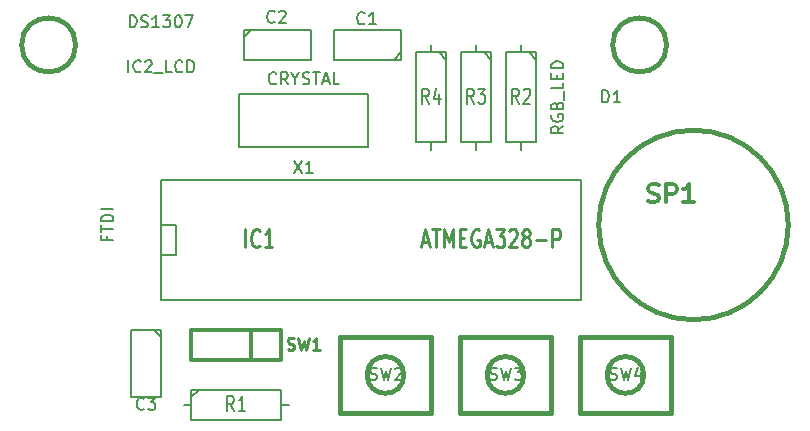
<source format=gto>
G04 (created by PCBNEW (2013-07-07 BZR 4022)-stable) date 10/06/2014 19:35:49*
%MOIN*%
G04 Gerber Fmt 3.4, Leading zero omitted, Abs format*
%FSLAX34Y34*%
G01*
G70*
G90*
G04 APERTURE LIST*
%ADD10C,0.00590551*%
%ADD11C,0.005*%
%ADD12C,0.015*%
%ADD13C,0.012*%
%ADD14C,0.006*%
%ADD15C,0.008*%
%ADD16C,0.01*%
%ADD17C,0.01125*%
G04 APERTURE END LIST*
G54D10*
G54D11*
X50000Y-25250D02*
X50000Y-26000D01*
X50000Y-26000D02*
X53000Y-26000D01*
X53000Y-26000D02*
X53000Y-25000D01*
X53000Y-25000D02*
X50000Y-25000D01*
X50000Y-25000D02*
X50000Y-25250D01*
X49750Y-25500D02*
X50000Y-25500D01*
X53000Y-25500D02*
X53250Y-25500D01*
X50000Y-25250D02*
X50250Y-25000D01*
X61250Y-13750D02*
X60500Y-13750D01*
X60500Y-13750D02*
X60500Y-16750D01*
X60500Y-16750D02*
X61500Y-16750D01*
X61500Y-16750D02*
X61500Y-13750D01*
X61500Y-13750D02*
X61250Y-13750D01*
X61000Y-13500D02*
X61000Y-13750D01*
X61000Y-16750D02*
X61000Y-17000D01*
X61250Y-13750D02*
X61500Y-14000D01*
X59750Y-13750D02*
X59000Y-13750D01*
X59000Y-13750D02*
X59000Y-16750D01*
X59000Y-16750D02*
X60000Y-16750D01*
X60000Y-16750D02*
X60000Y-13750D01*
X60000Y-13750D02*
X59750Y-13750D01*
X59500Y-13500D02*
X59500Y-13750D01*
X59500Y-16750D02*
X59500Y-17000D01*
X59750Y-13750D02*
X60000Y-14000D01*
X58250Y-13750D02*
X57500Y-13750D01*
X57500Y-13750D02*
X57500Y-16750D01*
X57500Y-16750D02*
X58500Y-16750D01*
X58500Y-16750D02*
X58500Y-13750D01*
X58500Y-13750D02*
X58250Y-13750D01*
X58000Y-13500D02*
X58000Y-13750D01*
X58000Y-16750D02*
X58000Y-17000D01*
X58250Y-13750D02*
X58500Y-14000D01*
G54D12*
X57092Y-24500D02*
G75*
G03X57092Y-24500I-612J0D01*
G74*
G01*
X58000Y-25780D02*
X58000Y-23220D01*
X54980Y-25780D02*
X54980Y-23220D01*
X54980Y-25780D02*
X58000Y-25780D01*
X54980Y-23220D02*
X58000Y-23220D01*
X61092Y-24500D02*
G75*
G03X61092Y-24500I-612J0D01*
G74*
G01*
X62000Y-25780D02*
X62000Y-23220D01*
X58980Y-25780D02*
X58980Y-23220D01*
X58980Y-25780D02*
X62000Y-25780D01*
X58980Y-23220D02*
X62000Y-23220D01*
X65092Y-24500D02*
G75*
G03X65092Y-24500I-612J0D01*
G74*
G01*
X66000Y-25780D02*
X66000Y-23220D01*
X62980Y-25780D02*
X62980Y-23220D01*
X62980Y-25780D02*
X66000Y-25780D01*
X62980Y-23220D02*
X66000Y-23220D01*
X69910Y-19500D02*
G75*
G03X69910Y-19500I-3160J0D01*
G74*
G01*
G54D13*
X53000Y-23000D02*
X53000Y-24000D01*
X53000Y-24000D02*
X50000Y-24000D01*
X50000Y-24000D02*
X50000Y-23000D01*
X50000Y-23000D02*
X53000Y-23000D01*
X52000Y-24000D02*
X52000Y-23000D01*
G54D10*
X63000Y-22000D02*
X49000Y-22000D01*
X49000Y-18000D02*
X63000Y-18000D01*
X63000Y-18000D02*
X63000Y-22000D01*
X49500Y-19500D02*
X49500Y-20500D01*
X49500Y-20500D02*
X49000Y-20500D01*
X49000Y-19500D02*
X49500Y-19500D01*
X49000Y-18000D02*
X49000Y-22000D01*
X54750Y-13000D02*
X57000Y-13000D01*
X54750Y-14000D02*
X54750Y-13000D01*
X54750Y-13000D02*
X54750Y-14000D01*
X54750Y-14000D02*
X57000Y-14000D01*
X57000Y-13000D02*
X57000Y-14000D01*
X57000Y-13750D02*
X56750Y-14000D01*
X54000Y-14000D02*
X51750Y-14000D01*
X54000Y-13000D02*
X54000Y-14000D01*
X54000Y-14000D02*
X54000Y-13000D01*
X54000Y-13000D02*
X51750Y-13000D01*
X51750Y-14000D02*
X51750Y-13000D01*
X51750Y-13250D02*
X52000Y-13000D01*
X48000Y-25250D02*
X48000Y-23000D01*
X49000Y-25250D02*
X48000Y-25250D01*
X48000Y-25250D02*
X49000Y-25250D01*
X49000Y-25250D02*
X49000Y-23000D01*
X48000Y-23000D02*
X49000Y-23000D01*
X48750Y-23000D02*
X49000Y-23250D01*
X51600Y-15150D02*
X55900Y-15150D01*
X55900Y-15150D02*
X55900Y-16900D01*
X55900Y-16900D02*
X51600Y-16900D01*
X51600Y-16900D02*
X51600Y-15150D01*
G54D12*
X46150Y-13500D02*
G75*
G03X46150Y-13500I-900J0D01*
G74*
G01*
X65850Y-13500D02*
G75*
G03X65850Y-13500I-900J0D01*
G74*
G01*
G54D14*
X51433Y-25702D02*
X51300Y-25464D01*
X51204Y-25702D02*
X51204Y-25202D01*
X51357Y-25202D01*
X51395Y-25226D01*
X51414Y-25250D01*
X51433Y-25297D01*
X51433Y-25369D01*
X51414Y-25416D01*
X51395Y-25440D01*
X51357Y-25464D01*
X51204Y-25464D01*
X51814Y-25702D02*
X51585Y-25702D01*
X51700Y-25702D02*
X51700Y-25202D01*
X51661Y-25273D01*
X51623Y-25321D01*
X51585Y-25345D01*
X60933Y-15452D02*
X60800Y-15214D01*
X60704Y-15452D02*
X60704Y-14952D01*
X60857Y-14952D01*
X60895Y-14976D01*
X60914Y-15000D01*
X60933Y-15047D01*
X60933Y-15119D01*
X60914Y-15166D01*
X60895Y-15190D01*
X60857Y-15214D01*
X60704Y-15214D01*
X61085Y-15000D02*
X61104Y-14976D01*
X61142Y-14952D01*
X61238Y-14952D01*
X61276Y-14976D01*
X61295Y-15000D01*
X61314Y-15047D01*
X61314Y-15095D01*
X61295Y-15166D01*
X61066Y-15452D01*
X61314Y-15452D01*
X59433Y-15452D02*
X59300Y-15214D01*
X59204Y-15452D02*
X59204Y-14952D01*
X59357Y-14952D01*
X59395Y-14976D01*
X59414Y-15000D01*
X59433Y-15047D01*
X59433Y-15119D01*
X59414Y-15166D01*
X59395Y-15190D01*
X59357Y-15214D01*
X59204Y-15214D01*
X59566Y-14952D02*
X59814Y-14952D01*
X59680Y-15142D01*
X59738Y-15142D01*
X59776Y-15166D01*
X59795Y-15190D01*
X59814Y-15238D01*
X59814Y-15357D01*
X59795Y-15404D01*
X59776Y-15428D01*
X59738Y-15452D01*
X59623Y-15452D01*
X59585Y-15428D01*
X59566Y-15404D01*
X57933Y-15452D02*
X57800Y-15214D01*
X57704Y-15452D02*
X57704Y-14952D01*
X57857Y-14952D01*
X57895Y-14976D01*
X57914Y-15000D01*
X57933Y-15047D01*
X57933Y-15119D01*
X57914Y-15166D01*
X57895Y-15190D01*
X57857Y-15214D01*
X57704Y-15214D01*
X58276Y-15119D02*
X58276Y-15452D01*
X58180Y-14928D02*
X58085Y-15285D01*
X58333Y-15285D01*
G54D15*
X55966Y-24642D02*
X56023Y-24661D01*
X56119Y-24661D01*
X56157Y-24642D01*
X56176Y-24623D01*
X56195Y-24585D01*
X56195Y-24547D01*
X56176Y-24509D01*
X56157Y-24490D01*
X56119Y-24471D01*
X56042Y-24452D01*
X56004Y-24433D01*
X55985Y-24414D01*
X55966Y-24376D01*
X55966Y-24338D01*
X55985Y-24300D01*
X56004Y-24280D01*
X56042Y-24261D01*
X56138Y-24261D01*
X56195Y-24280D01*
X56328Y-24261D02*
X56423Y-24661D01*
X56500Y-24376D01*
X56576Y-24661D01*
X56671Y-24261D01*
X56804Y-24300D02*
X56823Y-24280D01*
X56861Y-24261D01*
X56957Y-24261D01*
X56995Y-24280D01*
X57014Y-24300D01*
X57033Y-24338D01*
X57033Y-24376D01*
X57014Y-24433D01*
X56785Y-24661D01*
X57033Y-24661D01*
X59966Y-24642D02*
X60023Y-24661D01*
X60119Y-24661D01*
X60157Y-24642D01*
X60176Y-24623D01*
X60195Y-24585D01*
X60195Y-24547D01*
X60176Y-24509D01*
X60157Y-24490D01*
X60119Y-24471D01*
X60042Y-24452D01*
X60004Y-24433D01*
X59985Y-24414D01*
X59966Y-24376D01*
X59966Y-24338D01*
X59985Y-24300D01*
X60004Y-24280D01*
X60042Y-24261D01*
X60138Y-24261D01*
X60195Y-24280D01*
X60328Y-24261D02*
X60423Y-24661D01*
X60500Y-24376D01*
X60576Y-24661D01*
X60671Y-24261D01*
X60785Y-24261D02*
X61033Y-24261D01*
X60900Y-24414D01*
X60957Y-24414D01*
X60995Y-24433D01*
X61014Y-24452D01*
X61033Y-24490D01*
X61033Y-24585D01*
X61014Y-24623D01*
X60995Y-24642D01*
X60957Y-24661D01*
X60842Y-24661D01*
X60804Y-24642D01*
X60785Y-24623D01*
X63966Y-24642D02*
X64023Y-24661D01*
X64119Y-24661D01*
X64157Y-24642D01*
X64176Y-24623D01*
X64195Y-24585D01*
X64195Y-24547D01*
X64176Y-24509D01*
X64157Y-24490D01*
X64119Y-24471D01*
X64042Y-24452D01*
X64004Y-24433D01*
X63985Y-24414D01*
X63966Y-24376D01*
X63966Y-24338D01*
X63985Y-24300D01*
X64004Y-24280D01*
X64042Y-24261D01*
X64138Y-24261D01*
X64195Y-24280D01*
X64328Y-24261D02*
X64423Y-24661D01*
X64500Y-24376D01*
X64576Y-24661D01*
X64671Y-24261D01*
X64995Y-24395D02*
X64995Y-24661D01*
X64900Y-24242D02*
X64804Y-24528D01*
X65052Y-24528D01*
G54D13*
X65242Y-18714D02*
X65328Y-18742D01*
X65471Y-18742D01*
X65528Y-18714D01*
X65557Y-18685D01*
X65585Y-18628D01*
X65585Y-18571D01*
X65557Y-18514D01*
X65528Y-18485D01*
X65471Y-18457D01*
X65357Y-18428D01*
X65300Y-18400D01*
X65271Y-18371D01*
X65242Y-18314D01*
X65242Y-18257D01*
X65271Y-18200D01*
X65300Y-18171D01*
X65357Y-18142D01*
X65500Y-18142D01*
X65585Y-18171D01*
X65842Y-18742D02*
X65842Y-18142D01*
X66071Y-18142D01*
X66128Y-18171D01*
X66157Y-18200D01*
X66185Y-18257D01*
X66185Y-18342D01*
X66157Y-18400D01*
X66128Y-18428D01*
X66071Y-18457D01*
X65842Y-18457D01*
X66757Y-18742D02*
X66414Y-18742D01*
X66585Y-18742D02*
X66585Y-18142D01*
X66528Y-18228D01*
X66471Y-18285D01*
X66414Y-18314D01*
G54D16*
X53216Y-23642D02*
X53273Y-23661D01*
X53369Y-23661D01*
X53407Y-23642D01*
X53426Y-23623D01*
X53445Y-23585D01*
X53445Y-23547D01*
X53426Y-23509D01*
X53407Y-23490D01*
X53369Y-23471D01*
X53292Y-23452D01*
X53254Y-23433D01*
X53235Y-23414D01*
X53216Y-23376D01*
X53216Y-23338D01*
X53235Y-23300D01*
X53254Y-23280D01*
X53292Y-23261D01*
X53388Y-23261D01*
X53445Y-23280D01*
X53578Y-23261D02*
X53673Y-23661D01*
X53750Y-23376D01*
X53826Y-23661D01*
X53921Y-23261D01*
X54283Y-23661D02*
X54054Y-23661D01*
X54169Y-23661D02*
X54169Y-23261D01*
X54130Y-23319D01*
X54092Y-23357D01*
X54054Y-23376D01*
G54D17*
X51810Y-20242D02*
X51810Y-19642D01*
X52282Y-20185D02*
X52260Y-20214D01*
X52196Y-20242D01*
X52153Y-20242D01*
X52089Y-20214D01*
X52046Y-20157D01*
X52025Y-20100D01*
X52003Y-19985D01*
X52003Y-19900D01*
X52025Y-19785D01*
X52046Y-19728D01*
X52089Y-19671D01*
X52153Y-19642D01*
X52196Y-19642D01*
X52260Y-19671D01*
X52282Y-19700D01*
X52710Y-20242D02*
X52453Y-20242D01*
X52582Y-20242D02*
X52582Y-19642D01*
X52539Y-19728D01*
X52496Y-19785D01*
X52453Y-19814D01*
G54D13*
G54D17*
X57696Y-20071D02*
X57910Y-20071D01*
X57653Y-20242D02*
X57803Y-19642D01*
X57953Y-20242D01*
X58039Y-19642D02*
X58296Y-19642D01*
X58167Y-20242D02*
X58167Y-19642D01*
X58446Y-20242D02*
X58446Y-19642D01*
X58596Y-20071D01*
X58746Y-19642D01*
X58746Y-20242D01*
X58960Y-19928D02*
X59110Y-19928D01*
X59175Y-20242D02*
X58960Y-20242D01*
X58960Y-19642D01*
X59175Y-19642D01*
X59603Y-19671D02*
X59560Y-19642D01*
X59496Y-19642D01*
X59432Y-19671D01*
X59389Y-19728D01*
X59367Y-19785D01*
X59346Y-19900D01*
X59346Y-19985D01*
X59367Y-20100D01*
X59389Y-20157D01*
X59432Y-20214D01*
X59496Y-20242D01*
X59539Y-20242D01*
X59603Y-20214D01*
X59625Y-20185D01*
X59625Y-19985D01*
X59539Y-19985D01*
X59796Y-20071D02*
X60010Y-20071D01*
X59753Y-20242D02*
X59903Y-19642D01*
X60053Y-20242D01*
X60160Y-19642D02*
X60439Y-19642D01*
X60289Y-19871D01*
X60353Y-19871D01*
X60396Y-19900D01*
X60417Y-19928D01*
X60439Y-19985D01*
X60439Y-20128D01*
X60417Y-20185D01*
X60396Y-20214D01*
X60353Y-20242D01*
X60225Y-20242D01*
X60182Y-20214D01*
X60160Y-20185D01*
X60610Y-19700D02*
X60632Y-19671D01*
X60675Y-19642D01*
X60782Y-19642D01*
X60825Y-19671D01*
X60846Y-19700D01*
X60867Y-19757D01*
X60867Y-19814D01*
X60846Y-19900D01*
X60589Y-20242D01*
X60867Y-20242D01*
X61125Y-19900D02*
X61082Y-19871D01*
X61060Y-19842D01*
X61039Y-19785D01*
X61039Y-19757D01*
X61060Y-19700D01*
X61082Y-19671D01*
X61125Y-19642D01*
X61210Y-19642D01*
X61253Y-19671D01*
X61275Y-19700D01*
X61296Y-19757D01*
X61296Y-19785D01*
X61275Y-19842D01*
X61253Y-19871D01*
X61210Y-19900D01*
X61125Y-19900D01*
X61082Y-19928D01*
X61060Y-19957D01*
X61039Y-20014D01*
X61039Y-20128D01*
X61060Y-20185D01*
X61082Y-20214D01*
X61125Y-20242D01*
X61210Y-20242D01*
X61253Y-20214D01*
X61275Y-20185D01*
X61296Y-20128D01*
X61296Y-20014D01*
X61275Y-19957D01*
X61253Y-19928D01*
X61210Y-19900D01*
X61489Y-20014D02*
X61832Y-20014D01*
X62046Y-20242D02*
X62046Y-19642D01*
X62217Y-19642D01*
X62260Y-19671D01*
X62282Y-19700D01*
X62303Y-19757D01*
X62303Y-19842D01*
X62282Y-19900D01*
X62260Y-19928D01*
X62217Y-19957D01*
X62046Y-19957D01*
G54D15*
X55783Y-12773D02*
X55764Y-12792D01*
X55707Y-12811D01*
X55669Y-12811D01*
X55611Y-12792D01*
X55573Y-12754D01*
X55554Y-12716D01*
X55535Y-12640D01*
X55535Y-12583D01*
X55554Y-12507D01*
X55573Y-12469D01*
X55611Y-12430D01*
X55669Y-12411D01*
X55707Y-12411D01*
X55764Y-12430D01*
X55783Y-12450D01*
X56164Y-12811D02*
X55935Y-12811D01*
X56050Y-12811D02*
X56050Y-12411D01*
X56011Y-12469D01*
X55973Y-12507D01*
X55935Y-12526D01*
X52783Y-12723D02*
X52764Y-12742D01*
X52707Y-12761D01*
X52669Y-12761D01*
X52611Y-12742D01*
X52573Y-12704D01*
X52554Y-12666D01*
X52535Y-12590D01*
X52535Y-12533D01*
X52554Y-12457D01*
X52573Y-12419D01*
X52611Y-12380D01*
X52669Y-12361D01*
X52707Y-12361D01*
X52764Y-12380D01*
X52783Y-12400D01*
X52935Y-12400D02*
X52954Y-12380D01*
X52992Y-12361D01*
X53088Y-12361D01*
X53126Y-12380D01*
X53145Y-12400D01*
X53164Y-12438D01*
X53164Y-12476D01*
X53145Y-12533D01*
X52916Y-12761D01*
X53164Y-12761D01*
X48433Y-25623D02*
X48414Y-25642D01*
X48357Y-25661D01*
X48319Y-25661D01*
X48261Y-25642D01*
X48223Y-25604D01*
X48204Y-25566D01*
X48185Y-25490D01*
X48185Y-25433D01*
X48204Y-25357D01*
X48223Y-25319D01*
X48261Y-25280D01*
X48319Y-25261D01*
X48357Y-25261D01*
X48414Y-25280D01*
X48433Y-25300D01*
X48566Y-25261D02*
X48814Y-25261D01*
X48680Y-25414D01*
X48738Y-25414D01*
X48776Y-25433D01*
X48795Y-25452D01*
X48814Y-25490D01*
X48814Y-25585D01*
X48795Y-25623D01*
X48776Y-25642D01*
X48738Y-25661D01*
X48623Y-25661D01*
X48585Y-25642D01*
X48566Y-25623D01*
G54D10*
X47203Y-19884D02*
X47203Y-20015D01*
X47409Y-20015D02*
X47015Y-20015D01*
X47015Y-19828D01*
X47015Y-19734D02*
X47015Y-19509D01*
X47409Y-19621D02*
X47015Y-19621D01*
X47409Y-19378D02*
X47015Y-19378D01*
X47015Y-19284D01*
X47034Y-19228D01*
X47071Y-19190D01*
X47109Y-19171D01*
X47184Y-19153D01*
X47240Y-19153D01*
X47315Y-19171D01*
X47353Y-19190D01*
X47390Y-19228D01*
X47409Y-19284D01*
X47409Y-19378D01*
X47409Y-18984D02*
X47015Y-18984D01*
X47912Y-14409D02*
X47912Y-14015D01*
X48325Y-14371D02*
X48306Y-14390D01*
X48250Y-14409D01*
X48212Y-14409D01*
X48156Y-14390D01*
X48118Y-14353D01*
X48100Y-14315D01*
X48081Y-14240D01*
X48081Y-14184D01*
X48100Y-14109D01*
X48118Y-14071D01*
X48156Y-14034D01*
X48212Y-14015D01*
X48250Y-14015D01*
X48306Y-14034D01*
X48325Y-14053D01*
X48475Y-14053D02*
X48493Y-14034D01*
X48531Y-14015D01*
X48625Y-14015D01*
X48662Y-14034D01*
X48681Y-14053D01*
X48700Y-14090D01*
X48700Y-14128D01*
X48681Y-14184D01*
X48456Y-14409D01*
X48700Y-14409D01*
X48775Y-14446D02*
X49074Y-14446D01*
X49356Y-14409D02*
X49168Y-14409D01*
X49168Y-14015D01*
X49712Y-14371D02*
X49693Y-14390D01*
X49637Y-14409D01*
X49599Y-14409D01*
X49543Y-14390D01*
X49506Y-14353D01*
X49487Y-14315D01*
X49468Y-14240D01*
X49468Y-14184D01*
X49487Y-14109D01*
X49506Y-14071D01*
X49543Y-14034D01*
X49599Y-14015D01*
X49637Y-14015D01*
X49693Y-14034D01*
X49712Y-14053D01*
X49881Y-14409D02*
X49881Y-14015D01*
X49974Y-14015D01*
X50031Y-14034D01*
X50068Y-14071D01*
X50087Y-14109D01*
X50106Y-14184D01*
X50106Y-14240D01*
X50087Y-14315D01*
X50068Y-14353D01*
X50031Y-14390D01*
X49974Y-14409D01*
X49881Y-14409D01*
X53431Y-17365D02*
X53693Y-17759D01*
X53693Y-17365D02*
X53431Y-17759D01*
X54049Y-17759D02*
X53824Y-17759D01*
X53937Y-17759D02*
X53937Y-17365D01*
X53899Y-17421D01*
X53862Y-17459D01*
X53824Y-17478D01*
X52840Y-14771D02*
X52821Y-14790D01*
X52765Y-14809D01*
X52728Y-14809D01*
X52672Y-14790D01*
X52634Y-14753D01*
X52615Y-14715D01*
X52597Y-14640D01*
X52597Y-14584D01*
X52615Y-14509D01*
X52634Y-14471D01*
X52672Y-14434D01*
X52728Y-14415D01*
X52765Y-14415D01*
X52821Y-14434D01*
X52840Y-14453D01*
X53234Y-14809D02*
X53103Y-14621D01*
X53009Y-14809D02*
X53009Y-14415D01*
X53159Y-14415D01*
X53196Y-14434D01*
X53215Y-14453D01*
X53234Y-14490D01*
X53234Y-14546D01*
X53215Y-14584D01*
X53196Y-14603D01*
X53159Y-14621D01*
X53009Y-14621D01*
X53478Y-14621D02*
X53478Y-14809D01*
X53346Y-14415D02*
X53478Y-14621D01*
X53609Y-14415D01*
X53721Y-14790D02*
X53778Y-14809D01*
X53871Y-14809D01*
X53909Y-14790D01*
X53928Y-14771D01*
X53946Y-14734D01*
X53946Y-14696D01*
X53928Y-14659D01*
X53909Y-14640D01*
X53871Y-14621D01*
X53796Y-14603D01*
X53759Y-14584D01*
X53740Y-14565D01*
X53721Y-14528D01*
X53721Y-14490D01*
X53740Y-14453D01*
X53759Y-14434D01*
X53796Y-14415D01*
X53890Y-14415D01*
X53946Y-14434D01*
X54059Y-14415D02*
X54284Y-14415D01*
X54171Y-14809D02*
X54171Y-14415D01*
X54396Y-14696D02*
X54584Y-14696D01*
X54359Y-14809D02*
X54490Y-14415D01*
X54621Y-14809D01*
X54940Y-14809D02*
X54752Y-14809D01*
X54752Y-14415D01*
X47959Y-12909D02*
X47959Y-12515D01*
X48053Y-12515D01*
X48109Y-12534D01*
X48146Y-12571D01*
X48165Y-12609D01*
X48184Y-12684D01*
X48184Y-12740D01*
X48165Y-12815D01*
X48146Y-12853D01*
X48109Y-12890D01*
X48053Y-12909D01*
X47959Y-12909D01*
X48334Y-12890D02*
X48390Y-12909D01*
X48484Y-12909D01*
X48521Y-12890D01*
X48540Y-12871D01*
X48559Y-12834D01*
X48559Y-12796D01*
X48540Y-12759D01*
X48521Y-12740D01*
X48484Y-12721D01*
X48409Y-12703D01*
X48371Y-12684D01*
X48353Y-12665D01*
X48334Y-12628D01*
X48334Y-12590D01*
X48353Y-12553D01*
X48371Y-12534D01*
X48409Y-12515D01*
X48503Y-12515D01*
X48559Y-12534D01*
X48934Y-12909D02*
X48709Y-12909D01*
X48821Y-12909D02*
X48821Y-12515D01*
X48784Y-12571D01*
X48746Y-12609D01*
X48709Y-12628D01*
X49065Y-12515D02*
X49309Y-12515D01*
X49178Y-12665D01*
X49234Y-12665D01*
X49271Y-12684D01*
X49290Y-12703D01*
X49309Y-12740D01*
X49309Y-12834D01*
X49290Y-12871D01*
X49271Y-12890D01*
X49234Y-12909D01*
X49121Y-12909D01*
X49084Y-12890D01*
X49065Y-12871D01*
X49553Y-12515D02*
X49590Y-12515D01*
X49628Y-12534D01*
X49646Y-12553D01*
X49665Y-12590D01*
X49684Y-12665D01*
X49684Y-12759D01*
X49665Y-12834D01*
X49646Y-12871D01*
X49628Y-12890D01*
X49590Y-12909D01*
X49553Y-12909D01*
X49515Y-12890D01*
X49496Y-12871D01*
X49478Y-12834D01*
X49459Y-12759D01*
X49459Y-12665D01*
X49478Y-12590D01*
X49496Y-12553D01*
X49515Y-12534D01*
X49553Y-12515D01*
X49815Y-12515D02*
X50077Y-12515D01*
X49909Y-12909D01*
X63709Y-15409D02*
X63709Y-15015D01*
X63803Y-15015D01*
X63859Y-15034D01*
X63896Y-15071D01*
X63915Y-15109D01*
X63934Y-15184D01*
X63934Y-15240D01*
X63915Y-15315D01*
X63896Y-15353D01*
X63859Y-15390D01*
X63803Y-15409D01*
X63709Y-15409D01*
X64309Y-15409D02*
X64084Y-15409D01*
X64196Y-15409D02*
X64196Y-15015D01*
X64159Y-15071D01*
X64121Y-15109D01*
X64084Y-15128D01*
X62409Y-16206D02*
X62221Y-16337D01*
X62409Y-16431D02*
X62015Y-16431D01*
X62015Y-16281D01*
X62034Y-16243D01*
X62053Y-16224D01*
X62090Y-16206D01*
X62146Y-16206D01*
X62184Y-16224D01*
X62203Y-16243D01*
X62221Y-16281D01*
X62221Y-16431D01*
X62034Y-15831D02*
X62015Y-15868D01*
X62015Y-15924D01*
X62034Y-15981D01*
X62071Y-16018D01*
X62109Y-16037D01*
X62184Y-16056D01*
X62240Y-16056D01*
X62315Y-16037D01*
X62353Y-16018D01*
X62390Y-15981D01*
X62409Y-15924D01*
X62409Y-15887D01*
X62390Y-15831D01*
X62371Y-15812D01*
X62240Y-15812D01*
X62240Y-15887D01*
X62203Y-15512D02*
X62221Y-15456D01*
X62240Y-15437D01*
X62278Y-15418D01*
X62334Y-15418D01*
X62371Y-15437D01*
X62390Y-15456D01*
X62409Y-15493D01*
X62409Y-15643D01*
X62015Y-15643D01*
X62015Y-15512D01*
X62034Y-15474D01*
X62053Y-15456D01*
X62090Y-15437D01*
X62128Y-15437D01*
X62165Y-15456D01*
X62184Y-15474D01*
X62203Y-15512D01*
X62203Y-15643D01*
X62446Y-15343D02*
X62446Y-15043D01*
X62409Y-14762D02*
X62409Y-14950D01*
X62015Y-14950D01*
X62203Y-14631D02*
X62203Y-14500D01*
X62409Y-14443D02*
X62409Y-14631D01*
X62015Y-14631D01*
X62015Y-14443D01*
X62409Y-14275D02*
X62015Y-14275D01*
X62015Y-14181D01*
X62034Y-14125D01*
X62071Y-14087D01*
X62109Y-14068D01*
X62184Y-14050D01*
X62240Y-14050D01*
X62315Y-14068D01*
X62353Y-14087D01*
X62390Y-14125D01*
X62409Y-14181D01*
X62409Y-14275D01*
M02*

</source>
